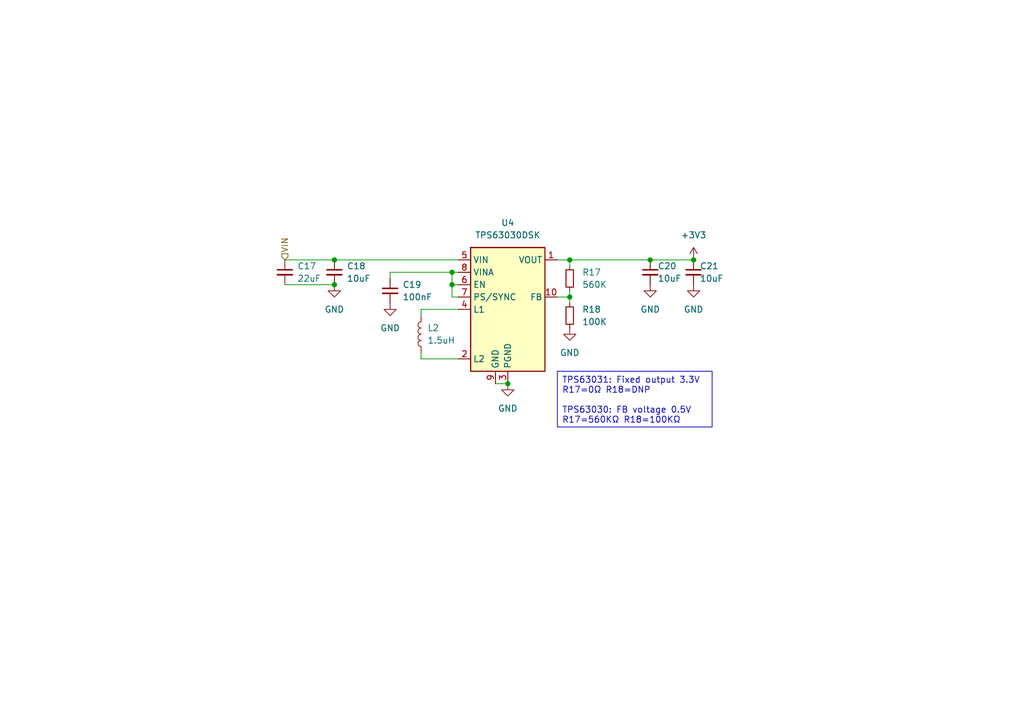
<source format=kicad_sch>
(kicad_sch (version 20231120) (generator "eeschema") (generator_version "8.0")
  (paper "A5")
  (title_block (title "Zigbee-Air-Sensor") (date "2024-03-03") (rev "1.0") (company "Acha"))
  (lib_symbols
    (symbol "Device:C_Small" (pin_numbers hide) (pin_names (offset 0.254) hide)
      (property "Reference" "C" (at 0.254 1.778 0))
      (property "Value" "C_Small" (at 0.254 -2.032 0))
      (symbol "C_Small_0_1"
        (polyline (pts (xy -1.524 -0.508) (xy 1.524 -0.508)) (stroke (width 0.3302)))
        (polyline (pts (xy -1.524 0.508) (xy 1.524 0.508)) (stroke (width 0.3048)))
      )
      (symbol "C_Small_1_1"
        (pin passive line (at 0 2.54 270) (length 2.032) (name "~") (number "1"))
        (pin passive line (at 0 -2.54 90) (length 2.032) (name "~") (number "2"))
      )
    )
    (symbol "Device:L" (pin_numbers hide) (pin_names (offset 1.016) hide)
      (property "Reference" "L" (at -1.27 0 90))
      (property "Value" "L" (at 1.905 0 90))
      (symbol "L_0_1"
        (arc (start 0 -2.54) (mid 0.6323 -1.905) (end 0 -1.27))
        (arc (start 0 -1.27) (mid 0.6323 -0.635) (end 0 0))
        (arc (start 0 0) (mid 0.6323 0.635) (end 0 1.27))
        (arc (start 0 1.27) (mid 0.6323 1.905) (end 0 2.54))
      )
      (symbol "L_1_1"
        (pin passive line (at 0 3.81 270) (length 1.27) (name "1") (number "1"))
        (pin passive line (at 0 -3.81 90) (length 1.27) (name "2") (number "2"))
      )
    )
    (symbol "Device:R_Small" (pin_numbers hide) (pin_names (offset 0.254) hide)
      (property "Reference" "R" (at 0.762 0.508 0))
      (property "Value" "R_Small" (at 0.762 -1.016 0))
      (symbol "R_Small_0_1"
        (rectangle (start -0.762 1.778) (end 0.762 -1.778) (stroke (width 0.2032)))
      )
      (symbol "R_Small_1_1"
        (pin passive line (at 0 2.54 270) (length 0.762) (name "~") (number "1"))
        (pin passive line (at 0 -2.54 90) (length 0.762) (name "~") (number "2"))
      )
    )
    (symbol "Regulator_Switching:TPS63030DSK"
      (property "Reference" "U" (at -7.62 13.97 0))
      (property "Value" "TPS63030DSK" (at 5.08 13.97 0))
      (symbol "TPS63030DSK_0_1"
        (rectangle (start -7.62 12.7) (end 7.62 -12.7) (stroke (width 0.254)) (fill (type background)))
      )
      (symbol "TPS63030DSK_1_1"
        (pin power_out line (at 10.16 10.16 180) (length 2.54) (name "VOUT") (number "1"))
        (pin input line (at 10.16 2.54 180) (length 2.54) (name "FB") (number "10"))
        (pin passive line (at 0 -15.24 90) (length 2.54) hide (name "PGND") (number "11"))
        (pin input line (at -10.16 -10.16 0) (length 2.54) (name "L2") (number "2"))
        (pin power_in line (at 0 -15.24 90) (length 2.54) (name "PGND") (number "3"))
        (pin input line (at -10.16 0 0) (length 2.54) (name "L1") (number "4"))
        (pin power_in line (at -10.16 10.16 0) (length 2.54) (name "VIN") (number "5"))
        (pin input line (at -10.16 5.08 0) (length 2.54) (name "EN") (number "6"))
        (pin input line (at -10.16 2.54 0) (length 2.54) (name "PS/SYNC") (number "7"))
        (pin passive line (at -10.16 7.62 0) (length 2.54) (name "VINA") (number "8"))
        (pin power_in line (at -2.54 -15.24 90) (length 2.54) (name "GND") (number "9"))
      )
    )
    (symbol "power:+3V3" (power) (pin_numbers hide) (pin_names (offset 0) hide)
      (property "Value" "+3V3" (at 0 3.556 0))
      (symbol "+3V3_0_1"
        (polyline (pts (xy -0.762 1.27) (xy 0 2.54)))
        (polyline (pts (xy 0 0) (xy 0 2.54)))
        (polyline (pts (xy 0 2.54) (xy 0.762 1.27)))
      )
      (symbol "+3V3_1_1"
        (pin power_in line (at 0 0 90) (length 0) (name "~") (number "1"))
      )
    )
    (symbol "power:GND" (power) (pin_numbers hide) (pin_names (offset 0) hide)
      (property "Value" "GND" (at 0 -3.81 0))
      (symbol "GND_0_1"
        (polyline (pts (xy 0 0) (xy 0 -1.27) (xy 1.27 -1.27) (xy 0 -2.54) (xy -1.27 -1.27) (xy 0 -1.27)))
      )
      (symbol "GND_1_1"
        (pin power_in line (at 0 0 270) (length 0) (name "~") (number "1"))
      )
    )
  )
  (junction (at 116.84 60.96))
  (junction (at 68.58 53.34))
  (junction (at 116.84 53.34))
  (junction (at 104.14 78.74))
  (junction (at 92.71 55.88))
  (junction (at 133.35 53.34))
  (junction (at 92.71 58.42))
  (junction (at 142.24 53.34))
  (junction (at 68.58 58.42))
  (wire (pts (xy 68.58 53.34) (xy 93.98 53.34)))
  (wire (pts (xy 92.71 55.88) (xy 93.98 55.88)))
  (wire (pts (xy 114.3 60.96) (xy 116.84 60.96)))
  (wire (pts (xy 116.84 60.96) (xy 116.84 62.23)))
  (wire (pts (xy 58.42 53.34) (xy 68.58 53.34)))
  (wire (pts (xy 116.84 54.61) (xy 116.84 53.34)))
  (wire (pts (xy 86.36 64.77) (xy 86.36 63.5)))
  (wire (pts (xy 93.98 60.96) (xy 92.71 60.96)))
  (wire (pts (xy 86.36 73.66) (xy 93.98 73.66)))
  (wire (pts (xy 142.24 53.34) (xy 133.35 53.34)))
  (wire (pts (xy 92.71 58.42) (xy 92.71 55.88)))
  (wire (pts (xy 114.3 53.34) (xy 116.84 53.34)))
  (wire (pts (xy 92.71 60.96) (xy 92.71 58.42)))
  (wire (pts (xy 86.36 72.39) (xy 86.36 73.66)))
  (wire (pts (xy 58.42 58.42) (xy 68.58 58.42)))
  (wire (pts (xy 80.01 55.88) (xy 80.01 57.15)))
  (wire (pts (xy 116.84 60.96) (xy 116.84 59.69)))
  (wire (pts (xy 101.6 78.74) (xy 104.14 78.74)))
  (wire (pts (xy 86.36 63.5) (xy 93.98 63.5)))
  (wire (pts (xy 116.84 53.34) (xy 133.35 53.34)))
  (wire (pts (xy 92.71 58.42) (xy 93.98 58.42)))
  (wire (pts (xy 92.71 55.88) (xy 80.01 55.88)))
  (text_box "TPS63031: Fixed output 3.3V\nR17=0Ω R18=DNP\n\nTPS63030: FB voltage 0.5V\nR17=560KΩ R18=100KΩ\n" (at 114.3 76.2 0) (size 31.75 11.43) (effects (font (size 1.27 1.27)) (justify left top)))
  (hierarchical_label "VIN" (shape input) (at 58.42 53.34 90))
  (symbol (lib_id "power:GND") (at 142.24 58.42 0) (unit 1)
    (property "Reference" "#PWR042" (effects (hide yes)))
    (property "Value" "GND" (at 142.24 63.5 0))
    (property "Description" "Power symbol creates a global label with name \"GND\" , ground" (effects (hide yes)))
  )
  (symbol (lib_id "Device:R_Small") (at 116.84 64.77 0) (unit 1)
    (property "Reference" "R18" (at 119.38 63.4999 0) (effects (justify left)))
    (property "Value" "100K" (at 119.38 66.0399 0) (effects (justify left)))
    (property "Footprint" "Resistor_SMD:R_0402_1005Metric" (effects (hide yes)))
    (property "Description" "Resistor, small symbol" (effects (hide yes)))
  )
  (symbol (lib_id "Device:C_Small") (at 142.24 55.88 0) (unit 1)
    (property "Reference" "C21" (at 143.51 54.61 0) (effects (justify left)))
    (property "Value" "10uF" (at 143.51 57.15 0) (effects (justify left)))
    (property "Footprint" "Capacitor_SMD:C_0402_1005Metric" (effects (hide yes)))
    (property "Description" "Unpolarized capacitor, small symbol" (effects (hide yes)))
  )
  (symbol (lib_id "power:GND") (at 68.58 58.42 0) (unit 1)
    (property "Reference" "#PWR036" (effects (hide yes)))
    (property "Value" "GND" (at 68.58 63.5 0))
    (property "Description" "Power symbol creates a global label with name \"GND\" , ground" (effects (hide yes)))
  )
  (symbol (lib_id "power:GND") (at 80.01 62.23 0) (unit 1)
    (property "Reference" "#PWR037" (effects (hide yes)))
    (property "Value" "GND" (at 80.01 67.31 0))
    (property "Description" "Power symbol creates a global label with name \"GND\" , ground" (effects (hide yes)))
  )
  (symbol (lib_id "Device:C_Small") (at 80.01 59.69 0) (unit 1)
    (property "Reference" "C19" (at 82.55 58.4262 0) (effects (justify left)))
    (property "Value" "100nF" (at 82.55 60.9662 0) (effects (justify left)))
    (property "Footprint" "Capacitor_SMD:C_0402_1005Metric" (effects (hide yes)))
    (property "Description" "Unpolarized capacitor, small symbol" (effects (hide yes)))
  )
  (symbol (lib_id "power:GND") (at 133.35 58.42 0) (unit 1)
    (property "Reference" "#PWR040" (effects (hide yes)))
    (property "Value" "GND" (at 133.35 63.5 0))
    (property "Description" "Power symbol creates a global label with name \"GND\" , ground" (effects (hide yes)))
  )
  (symbol (lib_id "power:GND") (at 116.84 67.31 0) (unit 1)
    (property "Reference" "#PWR039" (effects (hide yes)))
    (property "Value" "GND" (at 116.84 72.39 0))
    (property "Description" "Power symbol creates a global label with name \"GND\" , ground" (effects (hide yes)))
  )
  (symbol (lib_id "Device:C_Small") (at 68.58 55.88 0) (unit 1)
    (property "Reference" "C18" (at 71.12 54.6162 0) (effects (justify left)))
    (property "Value" "10uF" (at 71.12 57.1562 0) (effects (justify left)))
    (property "Footprint" "Capacitor_SMD:C_0402_1005Metric" (effects (hide yes)))
    (property "Description" "Unpolarized capacitor, small symbol" (effects (hide yes)))
  )
  (symbol (lib_id "Device:L") (at 86.36 68.58 180) (unit 1)
    (property "Reference" "L2" (at 87.63 67.3099 0) (effects (justify right)))
    (property "Value" "1.5uH" (at 87.63 69.8499 0) (effects (justify right)))
    (property "Footprint" "Inductor_SMD:L_Sunlord_SWPA252012S" (effects (hide yes)))
    (property "Description" "Inductor" (effects (hide yes)))
  )
  (symbol (lib_id "Device:R_Small") (at 116.84 57.15 0) (unit 1)
    (property "Reference" "R17" (at 119.38 55.8799 0) (effects (justify left)))
    (property "Value" "560K" (at 119.38 58.4199 0) (effects (justify left)))
    (property "Footprint" "Resistor_SMD:R_0402_1005Metric" (effects (hide yes)))
    (property "Description" "Resistor, small symbol" (effects (hide yes)))
  )
  (symbol (lib_id "power:+3V3") (at 142.24 53.34 0) (unit 1)
    (property "Reference" "#PWR041" (effects (hide yes)))
    (property "Value" "+3V3" (at 142.24 48.26 0))
    (property "Description" "Power symbol creates a global label with name \"+3V3\"" (effects (hide yes)))
  )
  (symbol (lib_id "Regulator_Switching:TPS63030DSK") (at 104.14 63.5 0) (unit 1)
    (property "Reference" "U4" (at 104.14 45.72 0))
    (property "Value" "TPS63030DSK" (at 104.14 48.26 0))
    (property "Footprint" "Package_SON:WSON-10-1EP_2.5x2.5mm_P0.5mm_EP1.2x2mm" (effects (hide yes)))
    (property "Datasheet" "http://www.ti.com/lit/ds/symlink/tps63030.pdf" (effects (hide yes)))
    (property "Description" "Buck-Boost Converter, 1.8-5.5V Input Voltage, 1A Switch Current, Adjustable Output Voltage, VSON-10 (DSK0010A)" (effects (hide yes)))
  )
  (symbol (lib_id "Device:C_Small") (at 58.42 55.88 0) (unit 1)
    (property "Reference" "C17" (at 60.96 54.6162 0) (effects (justify left)))
    (property "Value" "22uF" (at 60.96 57.1562 0) (effects (justify left)))
    (property "Footprint" "Capacitor_SMD:C_0805_2012Metric" (effects (hide yes)))
    (property "Description" "Unpolarized capacitor, small symbol" (effects (hide yes)))
  )
  (symbol (lib_id "Device:C_Small") (at 133.35 55.88 0) (unit 1)
    (property "Reference" "C20" (at 134.874 54.61 0) (effects (justify left)))
    (property "Value" "10uF" (at 134.874 57.15 0) (effects (justify left)))
    (property "Footprint" "Capacitor_SMD:C_0402_1005Metric" (effects (hide yes)))
    (property "Description" "Unpolarized capacitor, small symbol" (effects (hide yes)))
  )
  (symbol (lib_id "power:GND") (at 104.14 78.74 0) (unit 1)
    (property "Reference" "#PWR038" (effects (hide yes)))
    (property "Value" "GND" (at 104.14 83.82 0))
    (property "Description" "Power symbol creates a global label with name \"GND\" , ground" (effects (hide yes)))
  )
)
</source>
